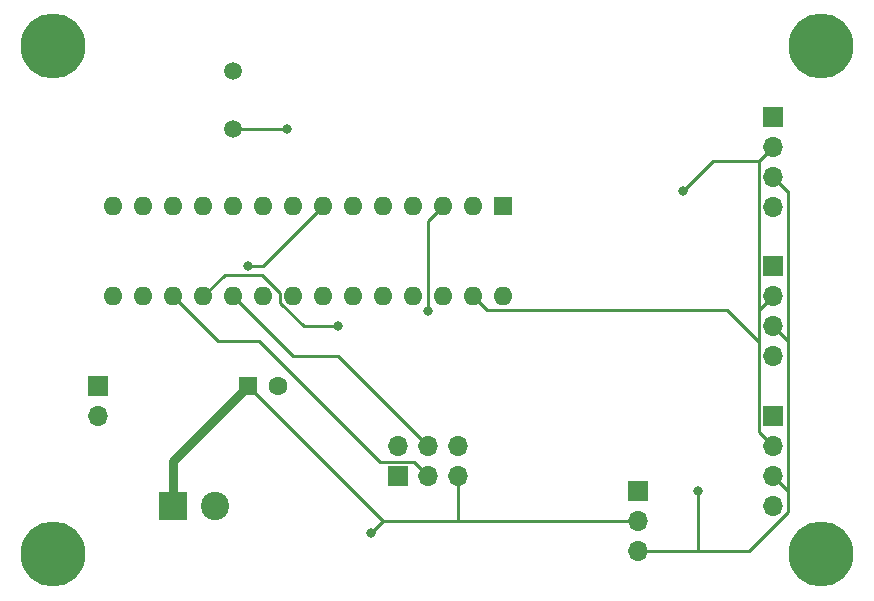
<source format=gbr>
%TF.GenerationSoftware,KiCad,Pcbnew,5.1.9+dfsg1-1+deb11u1*%
%TF.CreationDate,2022-11-29T20:17:50-05:00*%
%TF.ProjectId,Weather_Station_PCB,57656174-6865-4725-9f53-746174696f6e,rev?*%
%TF.SameCoordinates,Original*%
%TF.FileFunction,Copper,L2,Bot*%
%TF.FilePolarity,Positive*%
%FSLAX46Y46*%
G04 Gerber Fmt 4.6, Leading zero omitted, Abs format (unit mm)*
G04 Created by KiCad (PCBNEW 5.1.9+dfsg1-1+deb11u1) date 2022-11-29 20:17:50*
%MOMM*%
%LPD*%
G01*
G04 APERTURE LIST*
%TA.AperFunction,ComponentPad*%
%ADD10C,2.400000*%
%TD*%
%TA.AperFunction,ComponentPad*%
%ADD11R,2.400000X2.400000*%
%TD*%
%TA.AperFunction,ComponentPad*%
%ADD12C,1.600000*%
%TD*%
%TA.AperFunction,ComponentPad*%
%ADD13R,1.600000X1.600000*%
%TD*%
%TA.AperFunction,ComponentPad*%
%ADD14O,1.700000X1.700000*%
%TD*%
%TA.AperFunction,ComponentPad*%
%ADD15R,1.700000X1.700000*%
%TD*%
%TA.AperFunction,ComponentPad*%
%ADD16C,1.500000*%
%TD*%
%TA.AperFunction,ComponentPad*%
%ADD17O,1.600000X1.600000*%
%TD*%
%TA.AperFunction,ViaPad*%
%ADD18C,5.500000*%
%TD*%
%TA.AperFunction,ViaPad*%
%ADD19C,0.800000*%
%TD*%
%TA.AperFunction,Conductor*%
%ADD20C,0.250000*%
%TD*%
%TA.AperFunction,Conductor*%
%ADD21C,0.750000*%
%TD*%
G04 APERTURE END LIST*
D10*
%TO.P,J8,2*%
%TO.N,0*%
X140660000Y-107950000D03*
D11*
%TO.P,J8,1*%
%TO.N,Net-(C1-Pad1)*%
X137160000Y-107950000D03*
%TD*%
D12*
%TO.P,C1,2*%
%TO.N,0*%
X146010000Y-97790000D03*
D13*
%TO.P,C1,1*%
%TO.N,Net-(C1-Pad1)*%
X143510000Y-97790000D03*
%TD*%
D14*
%TO.P,J7,4*%
%TO.N,Net-(J5-Pad4)*%
X187960000Y-95250000D03*
%TO.P,J7,3*%
%TO.N,0*%
X187960000Y-92710000D03*
%TO.P,J7,2*%
%TO.N,Net-(J5-Pad2)*%
X187960000Y-90170000D03*
D15*
%TO.P,J7,1*%
%TO.N,Net-(C1-Pad1)*%
X187960000Y-87630000D03*
%TD*%
D14*
%TO.P,J6,4*%
%TO.N,Net-(J5-Pad4)*%
X187960000Y-82640000D03*
%TO.P,J6,3*%
%TO.N,0*%
X187960000Y-80100000D03*
%TO.P,J6,2*%
%TO.N,Net-(J5-Pad2)*%
X187960000Y-77560000D03*
D15*
%TO.P,J6,1*%
%TO.N,Net-(C1-Pad1)*%
X187960000Y-75020000D03*
%TD*%
D14*
%TO.P,J5,4*%
%TO.N,Net-(J5-Pad4)*%
X187960000Y-107950000D03*
%TO.P,J5,3*%
%TO.N,0*%
X187960000Y-105410000D03*
%TO.P,J5,2*%
%TO.N,Net-(J5-Pad2)*%
X187960000Y-102870000D03*
D15*
%TO.P,J5,1*%
%TO.N,Net-(C1-Pad1)*%
X187960000Y-100330000D03*
%TD*%
D16*
%TO.P,J3,2*%
%TO.N,Net-(C3-Pad1)*%
X142240000Y-76000000D03*
%TO.P,J3,1*%
%TO.N,Net-(C2-Pad1)*%
X142240000Y-71120000D03*
%TD*%
D17*
%TO.P,U1,28*%
%TO.N,Net-(J5-Pad4)*%
X165100000Y-90170000D03*
%TO.P,U1,14*%
%TO.N,Net-(U1-Pad14)*%
X132080000Y-82550000D03*
%TO.P,U1,27*%
%TO.N,Net-(J5-Pad2)*%
X162560000Y-90170000D03*
%TO.P,U1,13*%
%TO.N,Net-(U1-Pad13)*%
X134620000Y-82550000D03*
%TO.P,U1,26*%
%TO.N,Net-(U1-Pad26)*%
X160020000Y-90170000D03*
%TO.P,U1,12*%
%TO.N,Net-(U1-Pad12)*%
X137160000Y-82550000D03*
%TO.P,U1,25*%
%TO.N,Net-(U1-Pad25)*%
X157480000Y-90170000D03*
%TO.P,U1,11*%
%TO.N,Net-(U1-Pad11)*%
X139700000Y-82550000D03*
%TO.P,U1,24*%
%TO.N,Net-(U1-Pad24)*%
X154940000Y-90170000D03*
%TO.P,U1,10*%
%TO.N,Net-(C3-Pad1)*%
X142240000Y-82550000D03*
%TO.P,U1,23*%
%TO.N,Net-(U1-Pad23)*%
X152400000Y-90170000D03*
%TO.P,U1,9*%
%TO.N,Net-(C2-Pad1)*%
X144780000Y-82550000D03*
%TO.P,U1,22*%
%TO.N,0*%
X149860000Y-90170000D03*
%TO.P,U1,8*%
X147320000Y-82550000D03*
%TO.P,U1,21*%
%TO.N,Net-(U1-Pad21)*%
X147320000Y-90170000D03*
%TO.P,U1,7*%
%TO.N,Net-(C1-Pad1)*%
X149860000Y-82550000D03*
%TO.P,U1,20*%
%TO.N,Net-(U1-Pad20)*%
X144780000Y-90170000D03*
%TO.P,U1,6*%
%TO.N,Net-(U1-Pad6)*%
X152400000Y-82550000D03*
%TO.P,U1,19*%
%TO.N,Net-(J2-Pad4)*%
X142240000Y-90170000D03*
%TO.P,U1,5*%
%TO.N,Net-(U1-Pad5)*%
X154940000Y-82550000D03*
%TO.P,U1,18*%
%TO.N,Net-(J2-Pad6)*%
X139700000Y-90170000D03*
%TO.P,U1,4*%
%TO.N,Net-(U1-Pad4)*%
X157480000Y-82550000D03*
%TO.P,U1,17*%
%TO.N,Net-(J2-Pad3)*%
X137160000Y-90170000D03*
%TO.P,U1,3*%
%TO.N,Net-(D1-Pad2)*%
X160020000Y-82550000D03*
%TO.P,U1,16*%
%TO.N,Net-(U1-Pad16)*%
X134620000Y-90170000D03*
%TO.P,U1,2*%
%TO.N,Net-(U1-Pad2)*%
X162560000Y-82550000D03*
%TO.P,U1,15*%
%TO.N,Net-(U1-Pad15)*%
X132080000Y-90170000D03*
D13*
%TO.P,U1,1*%
%TO.N,Net-(J2-Pad2)*%
X165100000Y-82550000D03*
%TD*%
D14*
%TO.P,J4,3*%
%TO.N,0*%
X176530000Y-111760000D03*
%TO.P,J4,2*%
%TO.N,Net-(C1-Pad1)*%
X176530000Y-109220000D03*
D15*
%TO.P,J4,1*%
%TO.N,Net-(D1-Pad2)*%
X176530000Y-106680000D03*
%TD*%
D14*
%TO.P,J2,6*%
%TO.N,Net-(J2-Pad6)*%
X161290000Y-102870000D03*
%TO.P,J2,5*%
%TO.N,Net-(C1-Pad1)*%
X161290000Y-105410000D03*
%TO.P,J2,4*%
%TO.N,Net-(J2-Pad4)*%
X158750000Y-102870000D03*
%TO.P,J2,3*%
%TO.N,Net-(J2-Pad3)*%
X158750000Y-105410000D03*
%TO.P,J2,2*%
%TO.N,Net-(J2-Pad2)*%
X156210000Y-102870000D03*
D15*
%TO.P,J2,1*%
%TO.N,0*%
X156210000Y-105410000D03*
%TD*%
D14*
%TO.P,J1,2*%
%TO.N,0*%
X130810000Y-100330000D03*
D15*
%TO.P,J1,1*%
%TO.N,Net-(C1-Pad1)*%
X130810000Y-97790000D03*
%TD*%
D18*
%TO.N,*%
X127000000Y-69000000D03*
X192000000Y-69000000D03*
X192000000Y-112000000D03*
X127000000Y-112000000D03*
D19*
%TO.N,0*%
X181610000Y-106680000D03*
%TO.N,Net-(C1-Pad1)*%
X143510000Y-87630000D03*
X153924000Y-110236000D03*
%TO.N,Net-(C3-Pad1)*%
X146758000Y-76000000D03*
%TO.N,Net-(J5-Pad2)*%
X180340000Y-81280000D03*
%TO.N,Net-(D1-Pad2)*%
X158750000Y-91440000D03*
%TO.N,Net-(J2-Pad6)*%
X151130000Y-92710000D03*
%TD*%
D20*
%TO.N,0*%
X185889002Y-111760000D02*
X189230000Y-108419002D01*
X189230000Y-108419002D02*
X189230000Y-81280000D01*
X189140000Y-81280000D02*
X187960000Y-80100000D01*
X189230000Y-81280000D02*
X189140000Y-81280000D01*
X187960000Y-92710000D02*
X189230000Y-93980000D01*
X187960000Y-105410000D02*
X189230000Y-106680000D01*
X181610000Y-111760000D02*
X181610000Y-106680000D01*
X176530000Y-111760000D02*
X181610000Y-111760000D01*
X181610000Y-111760000D02*
X185889002Y-111760000D01*
X181610000Y-106680000D02*
X181610000Y-106680000D01*
D21*
%TO.N,Net-(C1-Pad1)*%
X143510000Y-97790000D02*
X137160000Y-104140000D01*
X137160000Y-104140000D02*
X137160000Y-107950000D01*
D20*
X154940000Y-109220000D02*
X176530000Y-109220000D01*
X143510000Y-97790000D02*
X154940000Y-109220000D01*
X161290000Y-105410000D02*
X161290000Y-109220000D01*
X149860000Y-82550000D02*
X144780000Y-87630000D01*
X144780000Y-87630000D02*
X143510000Y-87630000D01*
X143510000Y-87630000D02*
X143510000Y-87630000D01*
X154940000Y-109220000D02*
X153924000Y-110236000D01*
X153924000Y-110236000D02*
X153924000Y-110236000D01*
%TO.N,Net-(J2-Pad4)*%
X158750000Y-102870000D02*
X151130000Y-95250000D01*
X147320000Y-95250000D02*
X142240000Y-90170000D01*
X151130000Y-95250000D02*
X147320000Y-95250000D01*
%TO.N,Net-(J2-Pad3)*%
X154639997Y-104234999D02*
X144384998Y-93980000D01*
X157574999Y-104234999D02*
X154639997Y-104234999D01*
X158750000Y-105410000D02*
X157574999Y-104234999D01*
X140970000Y-93980000D02*
X137160000Y-90170000D01*
X144384998Y-93980000D02*
X140970000Y-93980000D01*
%TO.N,Net-(C3-Pad1)*%
X142240000Y-76000000D02*
X146758000Y-76000000D01*
X146758000Y-76000000D02*
X146758000Y-76000000D01*
%TO.N,Net-(J5-Pad2)*%
X186784999Y-78735001D02*
X187960000Y-77560000D01*
X187960000Y-102870000D02*
X186784999Y-101694999D01*
X187960000Y-90170000D02*
X186784999Y-91345001D01*
X186784999Y-91345001D02*
X186784999Y-78735001D01*
X184005001Y-91295001D02*
X186784999Y-94074999D01*
X162560000Y-90170000D02*
X163685001Y-91295001D01*
X163685001Y-91295001D02*
X184005001Y-91295001D01*
X186784999Y-94074999D02*
X186784999Y-91345001D01*
X186784999Y-101694999D02*
X186784999Y-94074999D01*
X186784999Y-78735001D02*
X182884999Y-78735001D01*
X182884999Y-78735001D02*
X180340000Y-81280000D01*
X180340000Y-81280000D02*
X180340000Y-81280000D01*
%TO.N,Net-(D1-Pad2)*%
X160020000Y-82550000D02*
X158750000Y-83820000D01*
X158750000Y-83820000D02*
X158750000Y-90565002D01*
X158750000Y-90565002D02*
X158750000Y-91440000D01*
X158750000Y-91440000D02*
X158750000Y-91440000D01*
%TO.N,Net-(J2-Pad6)*%
X139700000Y-90170000D02*
X141514999Y-88355001D01*
X146194999Y-90710001D02*
X148194998Y-92710000D01*
X146194999Y-89919997D02*
X146194999Y-90710001D01*
X144630003Y-88355001D02*
X146194999Y-89919997D01*
X141514999Y-88355001D02*
X144630003Y-88355001D01*
X148194998Y-92710000D02*
X151130000Y-92710000D01*
X151130000Y-92710000D02*
X151130000Y-92710000D01*
%TD*%
M02*

</source>
